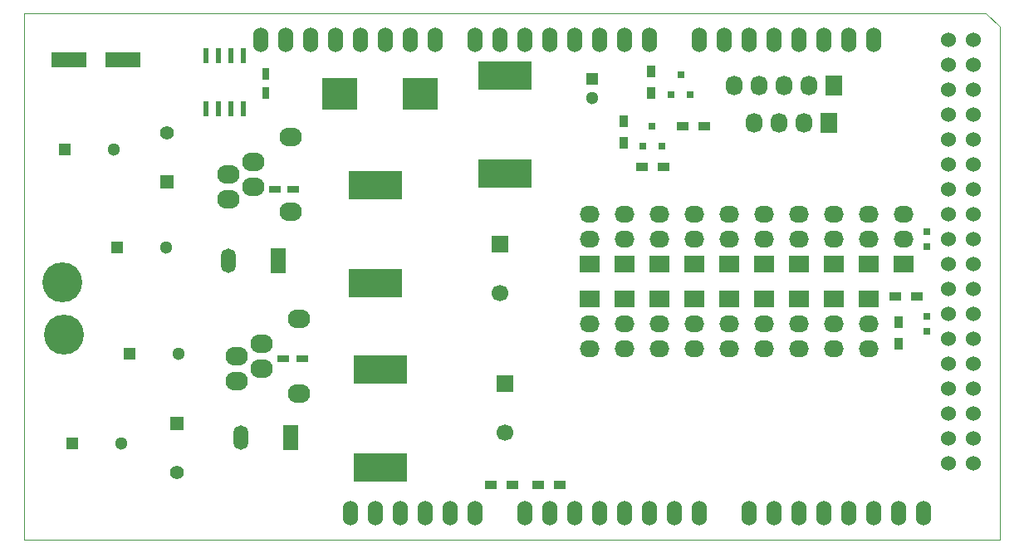
<source format=gts>
G04 #@! TF.FileFunction,Soldermask,Top*
%FSLAX46Y46*%
G04 Gerber Fmt 4.6, Leading zero omitted, Abs format (unit mm)*
G04 Created by KiCad (PCBNEW (2015-07-04 BZR 5884)-product) date Tue 14 Jul 2015 00:30:23 CEST*
%MOMM*%
G01*
G04 APERTURE LIST*
%ADD10C,0.050000*%
%ADD11C,0.010000*%
%ADD12O,1.524000X2.540000*%
%ADD13C,1.524000*%
%ADD14R,1.300000X1.300000*%
%ADD15C,1.300000*%
%ADD16R,1.400000X1.400000*%
%ADD17C,1.400000*%
%ADD18R,3.599180X1.600200*%
%ADD19R,1.200000X0.750000*%
%ADD20R,0.750000X1.200000*%
%ADD21C,1.700000*%
%ADD22R,1.700000X1.700000*%
%ADD23R,1.501140X2.499360*%
%ADD24O,1.501140X2.499360*%
%ADD25R,3.600000X3.200000*%
%ADD26R,2.032000X1.727200*%
%ADD27O,2.032000X1.727200*%
%ADD28R,1.727200X2.032000*%
%ADD29O,1.727200X2.032000*%
%ADD30R,5.400040X2.900680*%
%ADD31C,4.064000*%
%ADD32R,0.800100X0.800100*%
%ADD33R,1.200000X0.900000*%
%ADD34R,0.900000X1.200000*%
%ADD35O,2.286000X1.905000*%
%ADD36R,0.600000X1.500000*%
%ADD37R,0.797560X0.797560*%
G04 APERTURE END LIST*
D10*
D11*
X5080Y5080D02*
X99451160Y5080D01*
X5080Y53721000D02*
X5080Y5080D01*
X98054160Y53721000D02*
X5080Y53721000D01*
X99451160Y52324000D02*
X98054160Y53721000D01*
X99451160Y5080D02*
X99451160Y52324000D01*
D12*
X68778120Y50987960D03*
X71318120Y50987960D03*
X73858120Y50987960D03*
X76398120Y50987960D03*
X78938120Y50987960D03*
X81478120Y50987960D03*
X84018120Y50987960D03*
X86558120Y50987960D03*
X91638120Y2727960D03*
X89098120Y2727960D03*
X86558120Y2727960D03*
X84018120Y2727960D03*
X73858120Y2727960D03*
X68778120Y2727960D03*
X66238120Y2727960D03*
X76398120Y2727960D03*
X78938120Y2727960D03*
X81478120Y2727960D03*
X63698120Y2727960D03*
X61158120Y2727960D03*
X58618120Y2727960D03*
X50998120Y2727960D03*
X53538120Y2727960D03*
X56078120Y2727960D03*
X45918120Y2727960D03*
X43378120Y2727960D03*
X40838120Y2727960D03*
X35758120Y2727960D03*
X33218120Y2727960D03*
X63698120Y50987960D03*
X61158120Y50987960D03*
X58618120Y50987960D03*
X56078120Y50987960D03*
X53538120Y50987960D03*
X50998120Y50987960D03*
X48458120Y50987960D03*
X45918120Y50987960D03*
X41854120Y50987960D03*
X39314120Y50987960D03*
X36774120Y50987960D03*
X34234120Y50987960D03*
X31694120Y50987960D03*
X29154120Y50987960D03*
X26614120Y50987960D03*
X24074120Y50987960D03*
X38298120Y2727960D03*
D13*
X94178120Y48447960D03*
X96718120Y48447960D03*
X94178120Y45907960D03*
X96718120Y45907960D03*
X94178120Y43367960D03*
X96718120Y43367960D03*
X94178120Y40827960D03*
X96718120Y40827960D03*
X94178120Y50987960D03*
X96718120Y50987960D03*
X96718120Y38287960D03*
X94178120Y38287960D03*
X94178120Y35747960D03*
X96718120Y35747960D03*
X94178120Y33207960D03*
X96718120Y33207960D03*
X94178120Y30667960D03*
X96718120Y30667960D03*
X94178120Y28127960D03*
X96718120Y28127960D03*
X94178120Y25587960D03*
X96718120Y25587960D03*
X94178120Y23047960D03*
X96718120Y23047960D03*
X94178120Y20507960D03*
X96718120Y20507960D03*
X94178120Y17967960D03*
X96718120Y17967960D03*
X94178120Y15427960D03*
X96718120Y15427960D03*
X94178120Y12887960D03*
X96718120Y12887960D03*
X94178120Y10347960D03*
X96718120Y10347960D03*
X94178120Y7807960D03*
X96718120Y7807960D03*
D14*
X9469120Y29778960D03*
D15*
X14469120Y29778960D03*
D14*
X4897120Y9839960D03*
D15*
X9897120Y9839960D03*
D14*
X4135120Y39811960D03*
D15*
X9135120Y39811960D03*
D14*
X10739120Y18983960D03*
D15*
X15739120Y18983960D03*
D16*
X14549120Y36509960D03*
D17*
X14549120Y41509960D03*
D16*
X15565120Y11871960D03*
D17*
X15565120Y6871960D03*
D18*
X4559300Y48955960D03*
X10060940Y48955960D03*
D19*
X25537120Y35747960D03*
X27437120Y35747960D03*
X26426120Y18475960D03*
X28326120Y18475960D03*
D20*
X24582120Y45592960D03*
X24582120Y47492960D03*
D21*
X48458120Y25159960D03*
D22*
X48458120Y30159960D03*
D21*
X48966120Y10935960D03*
D22*
X48966120Y15935960D03*
D14*
X57906920Y47025560D03*
D15*
X57906920Y45025560D03*
D23*
X25852120Y28483560D03*
D24*
X20772120Y28483560D03*
D23*
X27122120Y10411460D03*
D24*
X22042120Y10411460D03*
D25*
X40315320Y45501560D03*
X32115320Y45501560D03*
D26*
X57602120Y28127960D03*
D27*
X57602120Y30667960D03*
X57602120Y33207960D03*
D26*
X61158120Y28127960D03*
D27*
X61158120Y30667960D03*
X61158120Y33207960D03*
D26*
X64714120Y28127960D03*
D27*
X64714120Y30667960D03*
X64714120Y33207960D03*
D26*
X68270120Y28127960D03*
D27*
X68270120Y30667960D03*
X68270120Y33207960D03*
D26*
X71826120Y28127960D03*
D27*
X71826120Y30667960D03*
X71826120Y33207960D03*
D26*
X75382120Y28127960D03*
D27*
X75382120Y30667960D03*
X75382120Y33207960D03*
D26*
X78938120Y28127960D03*
D27*
X78938120Y30667960D03*
X78938120Y33207960D03*
D26*
X82494120Y28127960D03*
D27*
X82494120Y30667960D03*
X82494120Y33207960D03*
D26*
X86050120Y28127960D03*
D27*
X86050120Y30667960D03*
X86050120Y33207960D03*
D26*
X57602120Y24571960D03*
D27*
X57602120Y22031960D03*
X57602120Y19491960D03*
D26*
X61158120Y24571960D03*
D27*
X61158120Y22031960D03*
X61158120Y19491960D03*
D26*
X64714120Y24571960D03*
D27*
X64714120Y22031960D03*
X64714120Y19491960D03*
D26*
X68270120Y24571960D03*
D27*
X68270120Y22031960D03*
X68270120Y19491960D03*
D26*
X71826120Y24571960D03*
D27*
X71826120Y22031960D03*
X71826120Y19491960D03*
D26*
X75382120Y24571960D03*
D27*
X75382120Y22031960D03*
X75382120Y19491960D03*
D26*
X78938120Y24571960D03*
D27*
X78938120Y22031960D03*
X78938120Y19491960D03*
D26*
X82494120Y24571960D03*
D27*
X82494120Y22031960D03*
X82494120Y19491960D03*
D26*
X86050120Y24571960D03*
D27*
X86050120Y22031960D03*
X86050120Y19491960D03*
D28*
X82494120Y46365160D03*
D29*
X79954120Y46365160D03*
X77414120Y46365160D03*
X74874120Y46365160D03*
X72334120Y46365160D03*
D28*
X81986120Y42478960D03*
D29*
X79446120Y42478960D03*
X76906120Y42478960D03*
X74366120Y42478960D03*
D30*
X35758120Y36177220D03*
X35758120Y26174700D03*
X36266120Y17381220D03*
X36266120Y7378700D03*
D31*
X4008120Y20888960D03*
X3881120Y26222960D03*
D32*
X63052920Y40182800D03*
X64952920Y40182800D03*
X64002920Y42181780D03*
X65948520Y45415200D03*
X67848520Y45415200D03*
X66898520Y47414180D03*
D33*
X47561320Y5623560D03*
X49761320Y5623560D03*
X52336520Y5623560D03*
X54536520Y5623560D03*
D34*
X61127640Y40495040D03*
X61127640Y42695040D03*
X63901320Y45569960D03*
X63901320Y47769960D03*
D33*
X62953720Y38033960D03*
X65153720Y38033960D03*
X67068520Y42148760D03*
X69268520Y42148760D03*
X88760120Y24825960D03*
X90960120Y24825960D03*
D34*
X89148920Y22217560D03*
X89148920Y20017560D03*
D35*
X20772120Y37271960D03*
X20772120Y34731960D03*
X23312120Y36001960D03*
X23312120Y38541960D03*
X27122120Y41081960D03*
X27122120Y33461960D03*
X21661120Y18729960D03*
X21661120Y16189960D03*
X24201120Y17459960D03*
X24201120Y19999960D03*
X28011120Y22539960D03*
X28011120Y14919960D03*
D36*
X22296120Y49369960D03*
X21026120Y49369960D03*
X19756120Y49369960D03*
X18486120Y49369960D03*
X18486120Y43969960D03*
X19756120Y43969960D03*
X21026120Y43969960D03*
X22296120Y43969960D03*
D30*
X48966120Y47353220D03*
X48966120Y37350700D03*
D37*
X92019120Y29918660D03*
X92019120Y31417260D03*
X92019120Y21282660D03*
X92019120Y22781260D03*
D26*
X89606120Y28127960D03*
D27*
X89606120Y30667960D03*
X89606120Y33207960D03*
M02*

</source>
